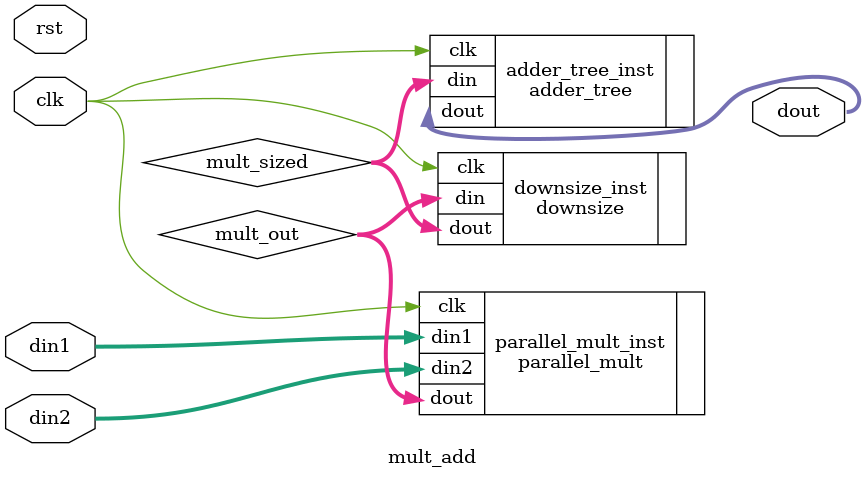
<source format=v>
`default_nettype none 
`include "../../stable/parallel_mult/parallel_mult.v"
`include "../../stable/adder_tree/adder_tree.v"
`include "../../stable/downsize/downsize.v"

/* parallel multipliying and then use a adder tree
*/

module mult_add #(
    parameter PARALLEL_IN = 4,
    parameter DATA1_WIDTH = 16,
    parameter DATA1_INT = 2,
    parameter DATA2_WIDTH = 16,
    parameter DATA2_INT = 2,
    parameter OUT_WIDTH = 32,
    parameter OUT_INT = 16
) (
    input clk,
    input rst, 
    input [DATA1_WIDTH*PARALLEL_IN-1:0] din1,
    input [DATA2_WIDTH*PARALLEL_IN-1:0] din2,
    output [OUT_WIDTH-1:0] dout
);
    localparam MULT_WIDTH = DATA1_WIDTH+DATA2_WIDTH;
    localparam MULT_INT = DATA1_INT+DATA2_INT;

    wire [MULT_WIDTH*PARALLEL_IN-1:0] mult_out;
    
    //delay 1
    parallel_mult #(
        .PARALLEL_IN(PARALLEL_IN),
        .DATA1_WIDTH(DATA1_WIDTH),
        .DATA1_INT(DATA1_INT),
        .DATA2_WIDTH(DATA2_WIDTH),
        .DATA2_INT(DATA2_INT),
        .OUT_WIDTH(MULT_WIDTH),
        .OUT_INT(MULT_INT)
    ) parallel_mult_inst (
        .clk(clk),
        .din1(din1),
        .din2(din2),
        .dout(mult_out)
    );

    localparam RESIZE = OUT_WIDTH-$clog2(PARALLEL_IN);
    wire [RESIZE*PARALLEL_IN-1:0] mult_sized;
    //delay 1
    downsize #(
        .PARALLEL_IN(PARALLEL_IN),
        .DIN_WIDTH(MULT_WIDTH),
        .DOUT_WIDTH(RESIZE)
    ) downsize_inst (
        .clk(clk),
        .din(mult_out),
        .dout(mult_sized)
    );


    //delay clog2(parallel_in)
    adder_tree #(
        .PARALLEL(PARALLEL_IN),
        .DATA_WIDTH(RESIZE)
    ) adder_tree_inst (
        .clk(clk),
        .din(mult_sized),
        .dout(dout)
    );



endmodule 



</source>
